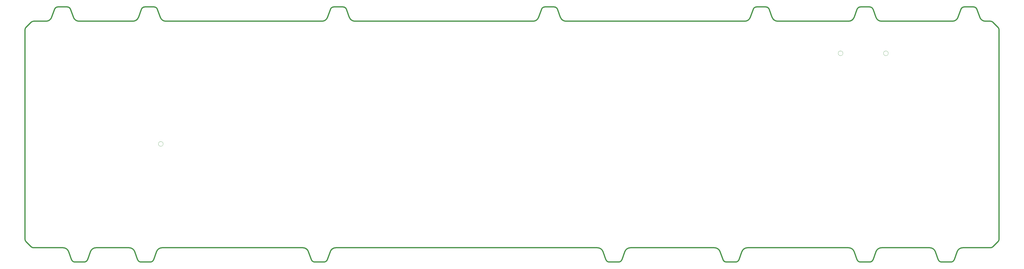
<source format=gbr>
%TF.GenerationSoftware,KiCad,Pcbnew,7.0.2*%
%TF.CreationDate,2023-07-17T22:19:40+10:00*%
%TF.ProjectId,W1-AT PCB,57312d41-5420-4504-9342-2e6b69636164,rev?*%
%TF.SameCoordinates,Original*%
%TF.FileFunction,Profile,NP*%
%FSLAX46Y46*%
G04 Gerber Fmt 4.6, Leading zero omitted, Abs format (unit mm)*
G04 Created by KiCad (PCBNEW 7.0.2) date 2023-07-17 22:19:40*
%MOMM*%
%LPD*%
G01*
G04 APERTURE LIST*
%TA.AperFunction,Profile*%
%ADD10C,0.500000*%
%TD*%
%TA.AperFunction,Profile*%
%ADD11C,0.120000*%
%TD*%
G04 APERTURE END LIST*
D10*
X401429820Y-133603014D02*
G75*
G03*
X402839327Y-134589995I1409680J513214D01*
G01*
X154141410Y-130234945D02*
X155367292Y-133603026D01*
X463094960Y-134590026D02*
G75*
G03*
X464504500Y-133603021I40J1499926D01*
G01*
X491917323Y-133603013D02*
G75*
G03*
X493326835Y-134589992I1409677J513213D01*
G01*
X464504509Y-28326958D02*
G75*
G03*
X463094954Y-27339996I-1409609J-513142D01*
G01*
X137879610Y-128590000D02*
G75*
G03*
X135530381Y-130234944I-210J-2499700D01*
G01*
X110572172Y-33779339D02*
X108450855Y-35900657D01*
X153379670Y-33340001D02*
X130735851Y-33340000D01*
X419438696Y-27339995D02*
X415539319Y-27339996D01*
X235110753Y-133603023D02*
X236336636Y-130234942D01*
X330451205Y-27339997D02*
X326551826Y-27339997D01*
X490691414Y-130234942D02*
X491917295Y-133603023D01*
X244361621Y-31695049D02*
X243135740Y-28326967D01*
X120442281Y-28326970D02*
X119216400Y-31695051D01*
X362510853Y-128589933D02*
G75*
G03*
X360161640Y-130234941I-53J-2499867D01*
G01*
X228392322Y-133603015D02*
G75*
G03*
X229801835Y-134589994I1409678J513215D01*
G01*
X158364322Y-27339955D02*
G75*
G03*
X156954783Y-28326969I-22J-1499945D01*
G01*
X160676209Y-134589998D02*
G75*
G03*
X162085749Y-133603025I-209J1500298D01*
G01*
X236417285Y-28326968D02*
X235191402Y-31695050D01*
X514915865Y-33779334D02*
G75*
G03*
X513855206Y-33339992I-1060665J-1060666D01*
G01*
X517037186Y-35900654D02*
X514915866Y-33779333D01*
X456560160Y-130234942D02*
X457786042Y-133603023D01*
X110572186Y-128150644D02*
G75*
G03*
X111632835Y-128589997I1060714J1060744D01*
G01*
X229801835Y-134589994D02*
X233701213Y-134589994D01*
X165660862Y-128589995D02*
X224817182Y-128589993D01*
X108450871Y-35900673D02*
G75*
G03*
X108011516Y-36961317I1060529J-1060627D01*
G01*
X162263700Y-27339998D02*
X158364322Y-27339999D01*
X400203906Y-130234944D02*
G75*
G03*
X397854674Y-128589994I-2349306J-855156D01*
G01*
X358935756Y-133603022D02*
X360161640Y-130234941D01*
X509386616Y-31695050D02*
G75*
G03*
X511735867Y-33339993I2349084J854850D01*
G01*
X513855206Y-33339992D02*
X511735867Y-33339993D01*
X498635753Y-133603021D02*
X499861636Y-130234940D01*
X502851837Y-27340023D02*
G75*
G03*
X501442298Y-28326963I-237J-1499677D01*
G01*
X125751198Y-27339999D02*
X121851820Y-27340000D01*
X116867168Y-33340026D02*
G75*
G03*
X119216399Y-31695051I-168J2500226D01*
G01*
X408148245Y-133603024D02*
X409374128Y-130234942D01*
X333086613Y-31695051D02*
G75*
G03*
X335435855Y-33339996I2349087J854851D01*
G01*
X465730372Y-31695046D02*
X464504491Y-28326965D01*
X517476526Y-124968673D02*
X517476525Y-36961315D01*
X410554667Y-33339997D02*
X335435855Y-33339996D01*
X459195575Y-27339938D02*
G75*
G03*
X457786036Y-28326966I-75J-1499862D01*
G01*
X422074115Y-31695047D02*
X420848234Y-28326965D01*
X353626838Y-134589993D02*
X357526216Y-134589993D01*
X232842170Y-33340037D02*
G75*
G03*
X235191401Y-31695050I30J2499937D01*
G01*
X457786099Y-133603002D02*
G75*
G03*
X459195582Y-134589992I1409401J512802D01*
G01*
X493326835Y-134589992D02*
X497226213Y-134589992D01*
X517037185Y-126029331D02*
G75*
G03*
X517476526Y-124968673I-1060585J1060631D01*
G01*
X128995579Y-134589996D02*
X132894956Y-134589997D01*
X402839327Y-134589995D02*
X406738705Y-134589995D01*
X517476525Y-36961315D02*
G75*
G03*
X517037186Y-35900654I-1499725J115D01*
G01*
X326551826Y-27340052D02*
G75*
G03*
X325142287Y-28326967I-126J-1499848D01*
G01*
X497867184Y-33340050D02*
G75*
G03*
X500216416Y-31695047I16J2499950D01*
G01*
X243135688Y-28326986D02*
G75*
G03*
X241726202Y-27339997I-1409688J-513214D01*
G01*
X126360157Y-130234947D02*
X127586039Y-133603028D01*
X497867184Y-33339996D02*
X468079604Y-33339995D01*
X454210923Y-33340021D02*
G75*
G03*
X456560155Y-31695048I-23J2500021D01*
G01*
X456560192Y-130234930D02*
G75*
G03*
X454210930Y-128589993I-2349092J-854870D01*
G01*
X497226213Y-134589981D02*
G75*
G03*
X498635752Y-133603021I87J1499881D01*
G01*
X463094954Y-27339996D02*
X459195575Y-27339996D01*
X244361611Y-31695052D02*
G75*
G03*
X246710854Y-33339998I2349089J854852D01*
G01*
X127586062Y-133603020D02*
G75*
G03*
X128995579Y-134589996I1409538J513020D01*
G01*
X414129780Y-28326966D02*
X412903899Y-31695048D01*
X128386619Y-31695051D02*
X127160736Y-28326969D01*
X154141432Y-130234937D02*
G75*
G03*
X151792179Y-128589995I-2349232J-855063D01*
G01*
X155367295Y-133603025D02*
G75*
G03*
X156776832Y-134589995I1409605J513125D01*
G01*
X506751216Y-27339993D02*
X502851837Y-27339993D01*
X111632833Y-33340035D02*
G75*
G03*
X110572172Y-33779339I-133J-1499765D01*
G01*
X501442298Y-28326963D02*
X500216416Y-31695047D01*
X350991470Y-130234924D02*
G75*
G03*
X348642185Y-128589993I-2349370J-855276D01*
G01*
X420848250Y-28326959D02*
G75*
G03*
X419438696Y-27339995I-1409750J-513341D01*
G01*
X514915866Y-128150651D02*
X517037186Y-126029332D01*
X321567174Y-33339937D02*
G75*
G03*
X323916405Y-31695049I-74J2500137D01*
G01*
X134304496Y-133603026D02*
X135530380Y-130234944D01*
X165660862Y-128590019D02*
G75*
G03*
X163311631Y-130234943I-162J-2499781D01*
G01*
X164899119Y-31695050D02*
X163673238Y-28326968D01*
X406738705Y-134590031D02*
G75*
G03*
X408148244Y-133603024I-105J1500131D01*
G01*
X415539319Y-27339989D02*
G75*
G03*
X414129781Y-28326966I81J-1500111D01*
G01*
X164899075Y-31695066D02*
G75*
G03*
X167248352Y-33339999I2349225J855066D01*
G01*
X241726202Y-27339997D02*
X237826824Y-27339998D01*
X333086623Y-31695047D02*
X331860742Y-28326966D01*
X325142287Y-28326967D02*
X323916406Y-31695049D01*
X411723359Y-128590054D02*
G75*
G03*
X409374129Y-130234942I-59J-2499946D01*
G01*
X410554667Y-33340034D02*
G75*
G03*
X412903899Y-31695048I33J2499934D01*
G01*
X238685865Y-128589993D02*
X348642185Y-128589993D01*
X502210866Y-128590033D02*
G75*
G03*
X499861637Y-130234940I34J-2500067D01*
G01*
X508160745Y-28326965D02*
G75*
G03*
X506751216Y-27339993I-1409545J-513035D01*
G01*
X362510853Y-128589992D02*
X397854674Y-128589994D01*
X457786036Y-28326966D02*
X456560155Y-31695048D01*
X321567174Y-33339998D02*
X246710854Y-33339998D01*
X238685865Y-128590033D02*
G75*
G03*
X236336636Y-130234942I35J-2500067D01*
G01*
X237826824Y-27340022D02*
G75*
G03*
X236417285Y-28326968I-24J-1499978D01*
G01*
X352217323Y-133603015D02*
G75*
G03*
X353626838Y-134589993I1409677J513215D01*
G01*
X468079612Y-128589982D02*
G75*
G03*
X465730383Y-130234940I88J-2500118D01*
G01*
X459195582Y-134589992D02*
X463094960Y-134589992D01*
X411723359Y-128589994D02*
X454210930Y-128589993D01*
X350991417Y-130234943D02*
X352217298Y-133603024D01*
X156954783Y-28326969D02*
X155728902Y-31695050D01*
X121851820Y-27339954D02*
G75*
G03*
X120442282Y-28326970I-20J-1499946D01*
G01*
X108450855Y-126029336D02*
X110572174Y-128150656D01*
X126360163Y-130234945D02*
G75*
G03*
X124010927Y-128589997I-2349163J-854955D01*
G01*
X232842170Y-33340000D02*
X167248352Y-33339999D01*
X502210866Y-128589992D02*
X513855205Y-128589992D01*
X108011516Y-36961317D02*
X108011515Y-124968676D01*
X513855205Y-128590021D02*
G75*
G03*
X514915865Y-128150650I-205J1500421D01*
G01*
X163673249Y-28326964D02*
G75*
G03*
X162263700Y-27339998I-1409749J-513336D01*
G01*
X422074130Y-31695042D02*
G75*
G03*
X424423347Y-33339996I2349370J855242D01*
G01*
X128386575Y-31695067D02*
G75*
G03*
X130735851Y-33340000I2349225J855067D01*
G01*
X454210923Y-33339997D02*
X424423347Y-33339996D01*
X509386634Y-31695043D02*
X508160753Y-28326962D01*
X156776832Y-134589995D02*
X160676209Y-134589996D01*
X331860741Y-28326966D02*
G75*
G03*
X330451205Y-27339997I-1409541J-513034D01*
G01*
X116867168Y-33340001D02*
X111632833Y-33340000D01*
X400203905Y-130234944D02*
X401429787Y-133603026D01*
X132894956Y-134590052D02*
G75*
G03*
X134304496Y-133603026I-56J1500052D01*
G01*
X162085749Y-133603025D02*
X163311631Y-130234943D01*
X227166469Y-130234923D02*
G75*
G03*
X224817182Y-128589993I-2349369J-855277D01*
G01*
X468079612Y-128589992D02*
X488342182Y-128589991D01*
X108011516Y-124968676D02*
G75*
G03*
X108450855Y-126029336I1500184J76D01*
G01*
X465730372Y-31695046D02*
G75*
G03*
X468079604Y-33339995I2349228J855046D01*
G01*
X227166413Y-130234943D02*
X228392295Y-133603025D01*
X490691471Y-130234921D02*
G75*
G03*
X488342182Y-128589991I-2349371J-855279D01*
G01*
X153379670Y-33340028D02*
G75*
G03*
X155728902Y-31695050I-170J2500228D01*
G01*
X127160748Y-28326965D02*
G75*
G03*
X125751198Y-27339999I-1409748J-513335D01*
G01*
X357526216Y-134589985D02*
G75*
G03*
X358935756Y-133603022I84J1499885D01*
G01*
X233701213Y-134589982D02*
G75*
G03*
X235110752Y-133603023I87J1499882D01*
G01*
X137879610Y-128589996D02*
X151792179Y-128589995D01*
X464504500Y-133603021D02*
X465730382Y-130234940D01*
X111632835Y-128589997D02*
X124010927Y-128589997D01*
D11*
%TO.C,D93*%
X451850000Y-46831250D02*
G75*
G03*
X451850000Y-46831250I-1000000J0D01*
G01*
%TO.C,D92*%
X166100000Y-84931250D02*
G75*
G03*
X166100000Y-84931250I-1000000J0D01*
G01*
%TO.C,D94*%
X470900000Y-46831250D02*
G75*
G03*
X470900000Y-46831250I-1000000J0D01*
G01*
%TD*%
M02*

</source>
